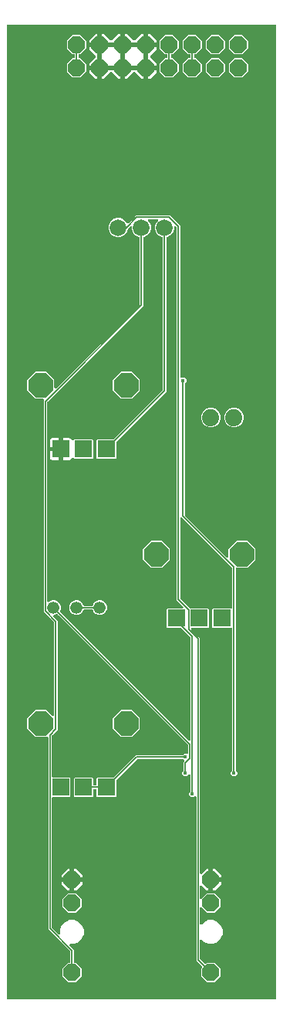
<source format=gbr>
G04 EAGLE Gerber RS-274X export*
G75*
%MOMM*%
%FSLAX34Y34*%
%LPD*%
%INTop Copper*%
%IPPOS*%
%AMOC8*
5,1,8,0,0,1.08239X$1,22.5*%
G01*
%ADD10P,1.979475X8X202.500000*%
%ADD11C,1.332000*%
%ADD12C,1.828800*%
%ADD13R,1.879600X1.879600*%
%ADD14P,2.922453X8X112.500000*%
%ADD15C,1.879600*%
%ADD16C,0.127000*%
%ADD17C,0.502400*%
%ADD18C,0.452400*%

G36*
X296848Y2016D02*
X296848Y2016D01*
X296967Y2023D01*
X297005Y2036D01*
X297046Y2041D01*
X297156Y2084D01*
X297269Y2121D01*
X297304Y2143D01*
X297341Y2158D01*
X297437Y2227D01*
X297538Y2291D01*
X297566Y2321D01*
X297599Y2344D01*
X297675Y2436D01*
X297756Y2523D01*
X297776Y2558D01*
X297801Y2589D01*
X297852Y2697D01*
X297910Y2801D01*
X297920Y2841D01*
X297937Y2877D01*
X297959Y2994D01*
X297989Y3109D01*
X297993Y3169D01*
X297997Y3189D01*
X297995Y3210D01*
X297999Y3270D01*
X297999Y1069730D01*
X297984Y1069848D01*
X297977Y1069967D01*
X297964Y1070005D01*
X297959Y1070046D01*
X297916Y1070156D01*
X297879Y1070269D01*
X297857Y1070304D01*
X297842Y1070341D01*
X297773Y1070437D01*
X297709Y1070538D01*
X297679Y1070566D01*
X297656Y1070599D01*
X297564Y1070675D01*
X297477Y1070756D01*
X297442Y1070776D01*
X297411Y1070801D01*
X297303Y1070852D01*
X297199Y1070910D01*
X297159Y1070920D01*
X297123Y1070937D01*
X297006Y1070959D01*
X296891Y1070989D01*
X296831Y1070993D01*
X296811Y1070997D01*
X296790Y1070995D01*
X296730Y1070999D01*
X3270Y1070999D01*
X3152Y1070984D01*
X3033Y1070977D01*
X2995Y1070964D01*
X2954Y1070959D01*
X2844Y1070916D01*
X2731Y1070879D01*
X2696Y1070857D01*
X2659Y1070842D01*
X2563Y1070773D01*
X2462Y1070709D01*
X2434Y1070679D01*
X2401Y1070656D01*
X2325Y1070564D01*
X2244Y1070477D01*
X2224Y1070442D01*
X2199Y1070411D01*
X2148Y1070303D01*
X2090Y1070199D01*
X2080Y1070159D01*
X2063Y1070123D01*
X2041Y1070006D01*
X2011Y1069891D01*
X2007Y1069831D01*
X2003Y1069811D01*
X2005Y1069790D01*
X2001Y1069730D01*
X2001Y3270D01*
X2016Y3152D01*
X2023Y3033D01*
X2036Y2995D01*
X2041Y2954D01*
X2084Y2844D01*
X2121Y2731D01*
X2143Y2696D01*
X2158Y2659D01*
X2227Y2563D01*
X2291Y2462D01*
X2321Y2434D01*
X2344Y2401D01*
X2436Y2325D01*
X2523Y2244D01*
X2558Y2224D01*
X2589Y2199D01*
X2697Y2148D01*
X2801Y2090D01*
X2841Y2080D01*
X2877Y2063D01*
X2994Y2041D01*
X3109Y2011D01*
X3169Y2007D01*
X3189Y2003D01*
X3210Y2005D01*
X3270Y2001D01*
X296730Y2001D01*
X296848Y2016D01*
G37*
%LPC*%
G36*
X69346Y21335D02*
X69346Y21335D01*
X63245Y27436D01*
X63245Y36064D01*
X69346Y42165D01*
X70485Y42165D01*
X70603Y42180D01*
X70722Y42187D01*
X70760Y42200D01*
X70801Y42205D01*
X70911Y42248D01*
X71024Y42285D01*
X71059Y42307D01*
X71096Y42322D01*
X71192Y42391D01*
X71293Y42455D01*
X71321Y42485D01*
X71354Y42508D01*
X71430Y42600D01*
X71511Y42687D01*
X71531Y42722D01*
X71556Y42753D01*
X71607Y42861D01*
X71665Y42965D01*
X71675Y43005D01*
X71692Y43041D01*
X71714Y43158D01*
X71744Y43273D01*
X71748Y43333D01*
X71752Y43353D01*
X71750Y43374D01*
X71754Y43434D01*
X71754Y54565D01*
X71742Y54663D01*
X71739Y54762D01*
X71722Y54820D01*
X71714Y54880D01*
X71678Y54972D01*
X71650Y55068D01*
X71620Y55120D01*
X71597Y55176D01*
X71539Y55256D01*
X71489Y55342D01*
X71423Y55417D01*
X71411Y55433D01*
X71401Y55441D01*
X71383Y55462D01*
X47624Y79221D01*
X47624Y289111D01*
X47607Y289249D01*
X47594Y289387D01*
X47587Y289406D01*
X47584Y289427D01*
X47533Y289556D01*
X47486Y289687D01*
X47475Y289704D01*
X47467Y289722D01*
X47386Y289835D01*
X47308Y289950D01*
X47292Y289963D01*
X47281Y289980D01*
X47173Y290068D01*
X47069Y290160D01*
X47051Y290170D01*
X47036Y290182D01*
X46910Y290242D01*
X46786Y290305D01*
X46766Y290309D01*
X46748Y290318D01*
X46612Y290344D01*
X46476Y290375D01*
X46455Y290374D01*
X46436Y290378D01*
X46297Y290369D01*
X46158Y290365D01*
X46138Y290359D01*
X46118Y290358D01*
X45986Y290315D01*
X45852Y290277D01*
X45835Y290266D01*
X45816Y290260D01*
X45698Y290186D01*
X45578Y290115D01*
X45557Y290096D01*
X45547Y290090D01*
X45533Y290075D01*
X45481Y290029D01*
X33242Y290029D01*
X24589Y298682D01*
X24589Y310918D01*
X33242Y319571D01*
X45478Y319571D01*
X51808Y313241D01*
X51917Y313156D01*
X52024Y313068D01*
X52043Y313059D01*
X52059Y313046D01*
X52187Y312991D01*
X52312Y312932D01*
X52332Y312928D01*
X52351Y312920D01*
X52489Y312898D01*
X52625Y312872D01*
X52645Y312873D01*
X52665Y312870D01*
X52804Y312883D01*
X52942Y312892D01*
X52961Y312898D01*
X52981Y312900D01*
X53113Y312947D01*
X53244Y312990D01*
X53262Y313001D01*
X53281Y313008D01*
X53396Y313086D01*
X53513Y313160D01*
X53527Y313175D01*
X53544Y313186D01*
X53636Y313291D01*
X53731Y313392D01*
X53741Y313409D01*
X53754Y313425D01*
X53818Y313549D01*
X53885Y313670D01*
X53890Y313690D01*
X53899Y313708D01*
X53929Y313844D01*
X53964Y313978D01*
X53966Y314006D01*
X53969Y314018D01*
X53968Y314039D01*
X53974Y314139D01*
X53974Y415245D01*
X53962Y415343D01*
X53959Y415442D01*
X53942Y415500D01*
X53934Y415560D01*
X53898Y415652D01*
X53870Y415748D01*
X53840Y415800D01*
X53817Y415856D01*
X53759Y415936D01*
X53709Y416022D01*
X53643Y416097D01*
X53631Y416113D01*
X53621Y416121D01*
X53603Y416142D01*
X42544Y427201D01*
X42544Y658649D01*
X42597Y658702D01*
X42683Y658812D01*
X42771Y658919D01*
X42780Y658938D01*
X42792Y658954D01*
X42848Y659081D01*
X42907Y659207D01*
X42911Y659227D01*
X42919Y659246D01*
X42941Y659383D01*
X42967Y659520D01*
X42965Y659540D01*
X42969Y659560D01*
X42955Y659699D01*
X42947Y659837D01*
X42941Y659856D01*
X42939Y659876D01*
X42892Y660008D01*
X42849Y660139D01*
X42838Y660156D01*
X42831Y660176D01*
X42753Y660291D01*
X42679Y660408D01*
X42664Y660422D01*
X42653Y660439D01*
X42548Y660531D01*
X42447Y660626D01*
X42429Y660636D01*
X42414Y660649D01*
X42290Y660713D01*
X42169Y660780D01*
X42149Y660785D01*
X42131Y660794D01*
X41995Y660824D01*
X41861Y660859D01*
X41833Y660861D01*
X41821Y660864D01*
X41800Y660863D01*
X41700Y660869D01*
X33242Y660869D01*
X24589Y669522D01*
X24589Y681758D01*
X33242Y690411D01*
X45478Y690411D01*
X54131Y681758D01*
X54131Y673300D01*
X54148Y673163D01*
X54161Y673024D01*
X54168Y673005D01*
X54171Y672985D01*
X54222Y672856D01*
X54269Y672724D01*
X54280Y672708D01*
X54288Y672689D01*
X54369Y672577D01*
X54447Y672461D01*
X54463Y672448D01*
X54474Y672432D01*
X54582Y672343D01*
X54686Y672251D01*
X54704Y672242D01*
X54719Y672229D01*
X54845Y672170D01*
X54969Y672106D01*
X54989Y672102D01*
X55007Y672093D01*
X55143Y672067D01*
X55279Y672037D01*
X55300Y672037D01*
X55319Y672033D01*
X55458Y672042D01*
X55597Y672046D01*
X55617Y672052D01*
X55637Y672053D01*
X55769Y672096D01*
X55903Y672135D01*
X55920Y672145D01*
X55939Y672151D01*
X56057Y672226D01*
X56177Y672296D01*
X56198Y672315D01*
X56208Y672321D01*
X56222Y672336D01*
X56297Y672403D01*
X147583Y763688D01*
X147643Y763766D01*
X147711Y763838D01*
X147740Y763891D01*
X147777Y763939D01*
X147817Y764030D01*
X147865Y764117D01*
X147880Y764175D01*
X147904Y764231D01*
X147919Y764329D01*
X147944Y764424D01*
X147950Y764524D01*
X147954Y764545D01*
X147952Y764557D01*
X147954Y764585D01*
X147954Y837028D01*
X147951Y837058D01*
X147953Y837087D01*
X147931Y837215D01*
X147914Y837344D01*
X147904Y837371D01*
X147899Y837401D01*
X147845Y837519D01*
X147797Y837640D01*
X147780Y837664D01*
X147768Y837691D01*
X147687Y837792D01*
X147611Y837897D01*
X147588Y837916D01*
X147569Y837939D01*
X147466Y838017D01*
X147366Y838100D01*
X147339Y838112D01*
X147315Y838130D01*
X147171Y838201D01*
X143961Y839531D01*
X141031Y842461D01*
X139445Y846288D01*
X139445Y848696D01*
X139428Y848833D01*
X139415Y848972D01*
X139408Y848991D01*
X139405Y849011D01*
X139354Y849140D01*
X139307Y849272D01*
X139296Y849288D01*
X139288Y849307D01*
X139207Y849419D01*
X139129Y849535D01*
X139113Y849548D01*
X139102Y849564D01*
X138994Y849653D01*
X138890Y849745D01*
X138872Y849754D01*
X138857Y849767D01*
X138731Y849826D01*
X138607Y849890D01*
X138587Y849894D01*
X138569Y849903D01*
X138433Y849929D01*
X138297Y849959D01*
X138276Y849959D01*
X138257Y849963D01*
X138118Y849954D01*
X137979Y849950D01*
X137959Y849944D01*
X137939Y849943D01*
X137807Y849900D01*
X137673Y849861D01*
X137656Y849851D01*
X137637Y849845D01*
X137519Y849770D01*
X137399Y849700D01*
X137378Y849681D01*
X137368Y849675D01*
X137354Y849660D01*
X137279Y849593D01*
X135246Y847561D01*
X135186Y847483D01*
X135118Y847411D01*
X135089Y847358D01*
X135052Y847310D01*
X135012Y847219D01*
X134964Y847133D01*
X134949Y847074D01*
X134925Y847018D01*
X134910Y846920D01*
X134885Y846825D01*
X134879Y846725D01*
X134875Y846704D01*
X134877Y846692D01*
X134875Y846664D01*
X134875Y846288D01*
X133289Y842461D01*
X130359Y839531D01*
X126532Y837945D01*
X122388Y837945D01*
X118561Y839531D01*
X115631Y842461D01*
X114045Y846288D01*
X114045Y850432D01*
X115631Y854259D01*
X118561Y857189D01*
X122388Y858775D01*
X126532Y858775D01*
X130359Y857189D01*
X133289Y854259D01*
X133519Y853706D01*
X133543Y853663D01*
X133560Y853616D01*
X133622Y853525D01*
X133676Y853429D01*
X133711Y853394D01*
X133739Y853353D01*
X133821Y853280D01*
X133897Y853201D01*
X133940Y853175D01*
X133977Y853142D01*
X134075Y853092D01*
X134169Y853035D01*
X134216Y853020D01*
X134260Y852997D01*
X134367Y852973D01*
X134472Y852941D01*
X134522Y852939D01*
X134571Y852928D01*
X134681Y852931D01*
X134790Y852926D01*
X134839Y852936D01*
X134888Y852937D01*
X134994Y852968D01*
X135102Y852990D01*
X135146Y853012D01*
X135194Y853026D01*
X135288Y853082D01*
X135387Y853130D01*
X135425Y853162D01*
X135468Y853187D01*
X135589Y853294D01*
X142503Y860208D01*
X143991Y861696D01*
X181129Y861696D01*
X192406Y850419D01*
X192406Y685522D01*
X192421Y685404D01*
X192428Y685285D01*
X192441Y685247D01*
X192446Y685206D01*
X192489Y685096D01*
X192526Y684983D01*
X192548Y684948D01*
X192563Y684911D01*
X192632Y684815D01*
X192696Y684714D01*
X192726Y684686D01*
X192749Y684653D01*
X192841Y684577D01*
X192928Y684496D01*
X192963Y684476D01*
X192994Y684451D01*
X193102Y684400D01*
X193206Y684342D01*
X193246Y684332D01*
X193282Y684315D01*
X193399Y684293D01*
X193514Y684263D01*
X193574Y684259D01*
X193594Y684255D01*
X193615Y684257D01*
X193675Y684253D01*
X197043Y684253D01*
X199113Y682183D01*
X199113Y679257D01*
X197857Y678001D01*
X197797Y677923D01*
X197729Y677851D01*
X197700Y677798D01*
X197663Y677750D01*
X197623Y677659D01*
X197575Y677573D01*
X197560Y677514D01*
X197536Y677458D01*
X197521Y677360D01*
X197496Y677265D01*
X197490Y677165D01*
X197486Y677144D01*
X197488Y677132D01*
X197486Y677104D01*
X197486Y533445D01*
X197498Y533347D01*
X197501Y533248D01*
X197518Y533190D01*
X197526Y533130D01*
X197562Y533037D01*
X197590Y532942D01*
X197620Y532890D01*
X197643Y532834D01*
X197701Y532754D01*
X197751Y532668D01*
X197817Y532593D01*
X197829Y532577D01*
X197839Y532569D01*
X197857Y532548D01*
X243423Y486983D01*
X243532Y486897D01*
X243639Y486809D01*
X243658Y486800D01*
X243674Y486788D01*
X243802Y486732D01*
X243927Y486673D01*
X243947Y486669D01*
X243966Y486661D01*
X244104Y486639D01*
X244240Y486613D01*
X244260Y486615D01*
X244280Y486611D01*
X244419Y486625D01*
X244557Y486633D01*
X244576Y486639D01*
X244596Y486641D01*
X244728Y486688D01*
X244859Y486731D01*
X244877Y486742D01*
X244896Y486749D01*
X245011Y486827D01*
X245128Y486901D01*
X245142Y486916D01*
X245159Y486927D01*
X245251Y487032D01*
X245346Y487133D01*
X245356Y487151D01*
X245369Y487166D01*
X245433Y487290D01*
X245500Y487411D01*
X245505Y487431D01*
X245514Y487449D01*
X245544Y487585D01*
X245579Y487719D01*
X245581Y487747D01*
X245584Y487759D01*
X245583Y487780D01*
X245589Y487880D01*
X245589Y496338D01*
X254242Y504991D01*
X266478Y504991D01*
X275131Y496338D01*
X275131Y484102D01*
X266478Y475449D01*
X254635Y475449D01*
X254517Y475434D01*
X254398Y475427D01*
X254360Y475414D01*
X254319Y475409D01*
X254209Y475366D01*
X254096Y475329D01*
X254061Y475307D01*
X254024Y475292D01*
X253928Y475223D01*
X253827Y475159D01*
X253799Y475129D01*
X253766Y475106D01*
X253690Y475014D01*
X253609Y474927D01*
X253589Y474892D01*
X253564Y474861D01*
X253513Y474753D01*
X253455Y474649D01*
X253445Y474609D01*
X253428Y474573D01*
X253406Y474456D01*
X253376Y474341D01*
X253372Y474281D01*
X253368Y474261D01*
X253369Y474247D01*
X253368Y474242D01*
X253369Y474231D01*
X253366Y474180D01*
X253366Y253806D01*
X253378Y253708D01*
X253381Y253609D01*
X253398Y253551D01*
X253406Y253490D01*
X253442Y253398D01*
X253470Y253303D01*
X253500Y253251D01*
X253523Y253195D01*
X253581Y253115D01*
X253631Y253029D01*
X253697Y252954D01*
X253709Y252937D01*
X253719Y252930D01*
X253737Y252909D01*
X254993Y251653D01*
X254993Y248727D01*
X252923Y246657D01*
X249997Y246657D01*
X247927Y248727D01*
X247927Y251653D01*
X249183Y252909D01*
X249243Y252987D01*
X249311Y253059D01*
X249340Y253112D01*
X249377Y253160D01*
X249417Y253251D01*
X249465Y253337D01*
X249480Y253396D01*
X249504Y253452D01*
X249519Y253550D01*
X249544Y253645D01*
X249550Y253745D01*
X249554Y253766D01*
X249552Y253778D01*
X249554Y253806D01*
X249554Y408282D01*
X249539Y408400D01*
X249532Y408519D01*
X249519Y408557D01*
X249514Y408598D01*
X249471Y408708D01*
X249434Y408821D01*
X249412Y408856D01*
X249397Y408893D01*
X249328Y408989D01*
X249264Y409090D01*
X249234Y409118D01*
X249211Y409151D01*
X249119Y409227D01*
X249032Y409308D01*
X248997Y409328D01*
X248966Y409353D01*
X248858Y409404D01*
X248754Y409462D01*
X248714Y409472D01*
X248678Y409489D01*
X248561Y409511D01*
X248446Y409541D01*
X248386Y409545D01*
X248366Y409549D01*
X248345Y409547D01*
X248285Y409551D01*
X228436Y409551D01*
X227691Y410296D01*
X227691Y430144D01*
X228436Y430889D01*
X248285Y430889D01*
X248403Y430904D01*
X248522Y430911D01*
X248560Y430924D01*
X248601Y430929D01*
X248711Y430972D01*
X248824Y431009D01*
X248859Y431031D01*
X248896Y431046D01*
X248992Y431115D01*
X249093Y431179D01*
X249121Y431209D01*
X249154Y431232D01*
X249230Y431324D01*
X249311Y431411D01*
X249331Y431446D01*
X249356Y431477D01*
X249407Y431585D01*
X249465Y431689D01*
X249475Y431729D01*
X249492Y431765D01*
X249514Y431882D01*
X249544Y431997D01*
X249548Y432057D01*
X249552Y432077D01*
X249550Y432098D01*
X249554Y432158D01*
X249554Y474935D01*
X249542Y475033D01*
X249539Y475132D01*
X249522Y475190D01*
X249514Y475250D01*
X249478Y475343D01*
X249450Y475438D01*
X249420Y475490D01*
X249397Y475546D01*
X249339Y475626D01*
X249289Y475712D01*
X249223Y475787D01*
X249211Y475803D01*
X249201Y475811D01*
X249183Y475832D01*
X195162Y529853D01*
X194573Y530442D01*
X194463Y530528D01*
X194356Y530616D01*
X194337Y530625D01*
X194321Y530637D01*
X194193Y530693D01*
X194068Y530752D01*
X194048Y530756D01*
X194029Y530764D01*
X193891Y530786D01*
X193755Y530812D01*
X193735Y530810D01*
X193715Y530814D01*
X193576Y530800D01*
X193438Y530792D01*
X193419Y530786D01*
X193399Y530784D01*
X193268Y530737D01*
X193136Y530694D01*
X193118Y530683D01*
X193099Y530676D01*
X192985Y530598D01*
X192867Y530524D01*
X192853Y530509D01*
X192836Y530498D01*
X192744Y530394D01*
X192649Y530292D01*
X192639Y530274D01*
X192626Y530259D01*
X192563Y530135D01*
X192495Y530014D01*
X192490Y529994D01*
X192481Y529976D01*
X192451Y529840D01*
X192416Y529706D01*
X192414Y529678D01*
X192411Y529666D01*
X192412Y529645D01*
X192406Y529545D01*
X192406Y442005D01*
X192418Y441907D01*
X192421Y441808D01*
X192438Y441750D01*
X192446Y441690D01*
X192482Y441598D01*
X192510Y441502D01*
X192540Y441450D01*
X192563Y441394D01*
X192621Y441314D01*
X192671Y441228D01*
X192737Y441153D01*
X192749Y441137D01*
X192759Y441129D01*
X192777Y441108D01*
X202625Y431260D01*
X202703Y431200D01*
X202775Y431132D01*
X202828Y431103D01*
X202876Y431066D01*
X202967Y431026D01*
X203054Y430978D01*
X203112Y430963D01*
X203168Y430939D01*
X203266Y430924D01*
X203361Y430899D01*
X203461Y430893D01*
X203482Y430889D01*
X203494Y430891D01*
X203522Y430889D01*
X223284Y430889D01*
X224029Y430144D01*
X224029Y410296D01*
X223284Y409551D01*
X205808Y409551D01*
X205671Y409534D01*
X205532Y409521D01*
X205513Y409514D01*
X205493Y409511D01*
X205364Y409460D01*
X205232Y409413D01*
X205216Y409402D01*
X205197Y409394D01*
X205085Y409313D01*
X204969Y409235D01*
X204956Y409219D01*
X204940Y409208D01*
X204851Y409100D01*
X204759Y408996D01*
X204750Y408978D01*
X204737Y408963D01*
X204677Y408837D01*
X204614Y408713D01*
X204610Y408693D01*
X204601Y408675D01*
X204575Y408539D01*
X204545Y408403D01*
X204545Y408382D01*
X204541Y408363D01*
X204550Y408224D01*
X204554Y408085D01*
X204560Y408065D01*
X204561Y408045D01*
X204604Y407913D01*
X204643Y407779D01*
X204653Y407762D01*
X204659Y407743D01*
X204734Y407625D01*
X204804Y407505D01*
X204823Y407484D01*
X204829Y407474D01*
X204844Y407460D01*
X204911Y407385D01*
X212508Y399787D01*
X213996Y398299D01*
X213996Y140875D01*
X214013Y140737D01*
X214026Y140598D01*
X214033Y140579D01*
X214036Y140559D01*
X214087Y140430D01*
X214134Y140299D01*
X214145Y140282D01*
X214153Y140263D01*
X214234Y140151D01*
X214312Y140036D01*
X214328Y140022D01*
X214339Y140006D01*
X214447Y139917D01*
X214551Y139825D01*
X214569Y139816D01*
X214584Y139803D01*
X214710Y139744D01*
X214834Y139681D01*
X214854Y139676D01*
X214872Y139668D01*
X215008Y139642D01*
X215144Y139611D01*
X215165Y139612D01*
X215184Y139608D01*
X215323Y139617D01*
X215462Y139621D01*
X215482Y139626D01*
X215502Y139628D01*
X215634Y139671D01*
X215768Y139709D01*
X215785Y139719D01*
X215804Y139726D01*
X215922Y139800D01*
X216042Y139871D01*
X216063Y139889D01*
X216073Y139896D01*
X216087Y139911D01*
X216162Y139977D01*
X221220Y145035D01*
X223521Y145035D01*
X223521Y134620D01*
X223536Y134502D01*
X223543Y134383D01*
X223556Y134345D01*
X223561Y134305D01*
X223604Y134194D01*
X223641Y134081D01*
X223663Y134047D01*
X223678Y134009D01*
X223748Y133913D01*
X223811Y133812D01*
X223841Y133784D01*
X223864Y133752D01*
X223956Y133676D01*
X224043Y133594D01*
X224078Y133575D01*
X224109Y133549D01*
X224217Y133498D01*
X224321Y133441D01*
X224361Y133430D01*
X224397Y133413D01*
X224514Y133391D01*
X224629Y133361D01*
X224690Y133357D01*
X224710Y133353D01*
X224730Y133355D01*
X224790Y133351D01*
X226061Y133351D01*
X226061Y133349D01*
X224790Y133349D01*
X224672Y133334D01*
X224553Y133327D01*
X224515Y133314D01*
X224474Y133309D01*
X224364Y133265D01*
X224251Y133229D01*
X224216Y133207D01*
X224179Y133192D01*
X224083Y133122D01*
X223982Y133059D01*
X223954Y133029D01*
X223921Y133005D01*
X223846Y132914D01*
X223764Y132827D01*
X223744Y132792D01*
X223719Y132760D01*
X223668Y132653D01*
X223610Y132548D01*
X223600Y132509D01*
X223583Y132473D01*
X223561Y132356D01*
X223531Y132241D01*
X223527Y132180D01*
X223523Y132160D01*
X223525Y132140D01*
X223521Y132080D01*
X223521Y121665D01*
X221220Y121665D01*
X216162Y126723D01*
X216053Y126808D01*
X215946Y126897D01*
X215927Y126905D01*
X215911Y126918D01*
X215783Y126973D01*
X215658Y127032D01*
X215638Y127036D01*
X215619Y127044D01*
X215481Y127066D01*
X215345Y127092D01*
X215325Y127091D01*
X215305Y127094D01*
X215166Y127081D01*
X215028Y127072D01*
X215009Y127066D01*
X214989Y127064D01*
X214857Y127017D01*
X214726Y126974D01*
X214708Y126963D01*
X214689Y126957D01*
X214574Y126878D01*
X214457Y126804D01*
X214443Y126789D01*
X214426Y126778D01*
X214334Y126674D01*
X214239Y126572D01*
X214229Y126555D01*
X214216Y126540D01*
X214152Y126415D01*
X214085Y126294D01*
X214080Y126274D01*
X214071Y126256D01*
X214041Y126120D01*
X214006Y125986D01*
X214004Y125958D01*
X214001Y125946D01*
X214002Y125926D01*
X213996Y125825D01*
X213996Y113679D01*
X214013Y113545D01*
X214018Y113458D01*
X214022Y113445D01*
X214026Y113402D01*
X214033Y113383D01*
X214036Y113363D01*
X214087Y113234D01*
X214134Y113103D01*
X214145Y113086D01*
X214153Y113067D01*
X214234Y112955D01*
X214312Y112840D01*
X214328Y112826D01*
X214339Y112810D01*
X214447Y112721D01*
X214551Y112629D01*
X214569Y112620D01*
X214584Y112607D01*
X214710Y112548D01*
X214834Y112485D01*
X214854Y112480D01*
X214872Y112472D01*
X215008Y112446D01*
X215144Y112415D01*
X215165Y112416D01*
X215184Y112412D01*
X215323Y112421D01*
X215462Y112425D01*
X215482Y112430D01*
X215502Y112432D01*
X215634Y112474D01*
X215768Y112513D01*
X215785Y112523D01*
X215804Y112530D01*
X215880Y112577D01*
X215892Y112582D01*
X215924Y112605D01*
X216042Y112675D01*
X216063Y112693D01*
X216073Y112700D01*
X216087Y112715D01*
X216146Y112766D01*
X216150Y112769D01*
X216152Y112772D01*
X216162Y112781D01*
X221746Y118365D01*
X230374Y118365D01*
X236475Y112264D01*
X236475Y103636D01*
X230374Y97535D01*
X221746Y97535D01*
X216162Y103119D01*
X216053Y103204D01*
X215946Y103293D01*
X215927Y103301D01*
X215911Y103314D01*
X215783Y103369D01*
X215658Y103428D01*
X215638Y103432D01*
X215619Y103440D01*
X215481Y103462D01*
X215345Y103488D01*
X215325Y103487D01*
X215305Y103490D01*
X215166Y103477D01*
X215028Y103468D01*
X215009Y103462D01*
X214989Y103460D01*
X214857Y103413D01*
X214726Y103370D01*
X214708Y103359D01*
X214689Y103353D01*
X214574Y103275D01*
X214457Y103200D01*
X214443Y103185D01*
X214426Y103174D01*
X214334Y103070D01*
X214239Y102969D01*
X214229Y102951D01*
X214216Y102936D01*
X214152Y102811D01*
X214085Y102690D01*
X214080Y102670D01*
X214071Y102652D01*
X214041Y102517D01*
X214006Y102382D01*
X214004Y102354D01*
X214001Y102342D01*
X214002Y102322D01*
X213996Y102221D01*
X213996Y85586D01*
X214013Y85448D01*
X214026Y85309D01*
X214033Y85290D01*
X214036Y85270D01*
X214087Y85141D01*
X214134Y85010D01*
X214145Y84993D01*
X214153Y84975D01*
X214234Y84862D01*
X214312Y84747D01*
X214328Y84734D01*
X214339Y84717D01*
X214447Y84628D01*
X214551Y84537D01*
X214569Y84527D01*
X214584Y84514D01*
X214710Y84455D01*
X214834Y84392D01*
X214854Y84387D01*
X214872Y84379D01*
X215008Y84353D01*
X215144Y84322D01*
X215165Y84323D01*
X215184Y84319D01*
X215323Y84328D01*
X215462Y84332D01*
X215482Y84338D01*
X215502Y84339D01*
X215634Y84382D01*
X215768Y84420D01*
X215785Y84431D01*
X215804Y84437D01*
X215922Y84511D01*
X216042Y84582D01*
X216063Y84600D01*
X216073Y84607D01*
X216087Y84622D01*
X216162Y84688D01*
X218696Y87222D01*
X223474Y89201D01*
X228646Y89201D01*
X233424Y87222D01*
X237082Y83564D01*
X239061Y78786D01*
X239061Y73614D01*
X237082Y68836D01*
X233424Y65178D01*
X228646Y63199D01*
X223474Y63199D01*
X218696Y65178D01*
X216162Y67712D01*
X216053Y67797D01*
X215946Y67886D01*
X215927Y67894D01*
X215911Y67907D01*
X215783Y67962D01*
X215658Y68021D01*
X215638Y68025D01*
X215619Y68033D01*
X215481Y68055D01*
X215345Y68081D01*
X215325Y68080D01*
X215305Y68083D01*
X215166Y68070D01*
X215028Y68061D01*
X215009Y68055D01*
X214989Y68053D01*
X214857Y68006D01*
X214726Y67963D01*
X214708Y67952D01*
X214689Y67945D01*
X214574Y67867D01*
X214457Y67793D01*
X214443Y67778D01*
X214426Y67767D01*
X214334Y67663D01*
X214239Y67561D01*
X214229Y67544D01*
X214216Y67528D01*
X214152Y67404D01*
X214085Y67283D01*
X214080Y67263D01*
X214071Y67245D01*
X214041Y67109D01*
X214006Y66975D01*
X214004Y66947D01*
X214001Y66935D01*
X214002Y66914D01*
X213996Y66814D01*
X213996Y47035D01*
X214008Y46937D01*
X214011Y46838D01*
X214028Y46780D01*
X214036Y46720D01*
X214072Y46628D01*
X214100Y46532D01*
X214130Y46480D01*
X214153Y46424D01*
X214211Y46344D01*
X214261Y46258D01*
X214327Y46183D01*
X214339Y46167D01*
X214349Y46159D01*
X214367Y46138D01*
X219146Y41359D01*
X219240Y41286D01*
X219329Y41208D01*
X219365Y41189D01*
X219397Y41164D01*
X219506Y41117D01*
X219612Y41063D01*
X219652Y41054D01*
X219689Y41038D01*
X219807Y41019D01*
X219923Y40993D01*
X219963Y40995D01*
X220003Y40988D01*
X220122Y40999D01*
X220240Y41003D01*
X220279Y41014D01*
X220320Y41018D01*
X220432Y41058D01*
X220546Y41091D01*
X220581Y41112D01*
X220619Y41126D01*
X220717Y41193D01*
X220820Y41253D01*
X220865Y41293D01*
X220882Y41304D01*
X220896Y41320D01*
X220941Y41359D01*
X221746Y42165D01*
X230374Y42165D01*
X236475Y36064D01*
X236475Y27436D01*
X230374Y21335D01*
X221746Y21335D01*
X215645Y27436D01*
X215645Y36064D01*
X216451Y36869D01*
X216523Y36963D01*
X216602Y37053D01*
X216621Y37089D01*
X216646Y37121D01*
X216693Y37230D01*
X216747Y37336D01*
X216756Y37375D01*
X216772Y37412D01*
X216791Y37530D01*
X216817Y37646D01*
X216815Y37686D01*
X216822Y37726D01*
X216811Y37845D01*
X216807Y37964D01*
X216796Y38003D01*
X216792Y38043D01*
X216752Y38155D01*
X216719Y38269D01*
X216698Y38304D01*
X216684Y38342D01*
X216617Y38441D01*
X216557Y38543D01*
X216517Y38589D01*
X216506Y38606D01*
X216490Y38619D01*
X216451Y38664D01*
X210184Y44931D01*
X210184Y223714D01*
X210167Y223852D01*
X210154Y223990D01*
X210147Y224009D01*
X210144Y224030D01*
X210093Y224159D01*
X210046Y224290D01*
X210035Y224307D01*
X210027Y224325D01*
X209946Y224438D01*
X209868Y224553D01*
X209852Y224566D01*
X209841Y224583D01*
X209733Y224671D01*
X209629Y224763D01*
X209611Y224772D01*
X209596Y224785D01*
X209470Y224845D01*
X209346Y224908D01*
X209326Y224912D01*
X209308Y224921D01*
X209171Y224947D01*
X209036Y224978D01*
X209015Y224977D01*
X208996Y224981D01*
X208857Y224972D01*
X208718Y224968D01*
X208698Y224962D01*
X208678Y224961D01*
X208546Y224918D01*
X208412Y224879D01*
X208395Y224869D01*
X208376Y224863D01*
X208258Y224788D01*
X208138Y224718D01*
X208117Y224699D01*
X208107Y224693D01*
X208093Y224678D01*
X208018Y224611D01*
X207203Y223797D01*
X204277Y223797D01*
X202207Y225867D01*
X202207Y228793D01*
X203463Y230049D01*
X203523Y230127D01*
X203591Y230199D01*
X203620Y230252D01*
X203657Y230300D01*
X203697Y230391D01*
X203745Y230477D01*
X203760Y230536D01*
X203784Y230592D01*
X203799Y230690D01*
X203824Y230785D01*
X203830Y230885D01*
X203834Y230906D01*
X203832Y230918D01*
X203834Y230946D01*
X203834Y247844D01*
X203817Y247981D01*
X203804Y248120D01*
X203797Y248140D01*
X203794Y248160D01*
X203743Y248288D01*
X203696Y248420D01*
X203685Y248436D01*
X203677Y248455D01*
X203596Y248568D01*
X203518Y248683D01*
X203502Y248696D01*
X203491Y248713D01*
X203383Y248801D01*
X203279Y248893D01*
X203261Y248902D01*
X203246Y248915D01*
X203120Y248975D01*
X202996Y249038D01*
X202976Y249042D01*
X202958Y249051D01*
X202822Y249077D01*
X202686Y249108D01*
X202665Y249107D01*
X202646Y249111D01*
X202507Y249102D01*
X202368Y249098D01*
X202348Y249092D01*
X202328Y249091D01*
X202196Y249048D01*
X202062Y249009D01*
X202045Y248999D01*
X202026Y248993D01*
X201908Y248918D01*
X201788Y248848D01*
X201767Y248829D01*
X201757Y248823D01*
X201743Y248808D01*
X201668Y248742D01*
X199583Y246657D01*
X196657Y246657D01*
X194587Y248727D01*
X194587Y251653D01*
X195843Y252909D01*
X195903Y252987D01*
X195971Y253059D01*
X196000Y253112D01*
X196037Y253160D01*
X196077Y253251D01*
X196125Y253337D01*
X196140Y253396D01*
X196164Y253452D01*
X196179Y253550D01*
X196204Y253645D01*
X196210Y253745D01*
X196214Y253766D01*
X196212Y253778D01*
X196214Y253806D01*
X196214Y262409D01*
X196552Y262747D01*
X196625Y262841D01*
X196704Y262930D01*
X196722Y262966D01*
X196747Y262998D01*
X196794Y263108D01*
X196848Y263214D01*
X196857Y263253D01*
X196873Y263290D01*
X196892Y263408D01*
X196918Y263524D01*
X196917Y263564D01*
X196923Y263604D01*
X196912Y263723D01*
X196908Y263842D01*
X196897Y263881D01*
X196893Y263921D01*
X196853Y264033D01*
X196820Y264147D01*
X196799Y264182D01*
X196786Y264220D01*
X196719Y264319D01*
X196658Y264421D01*
X196619Y264466D01*
X196607Y264483D01*
X196592Y264497D01*
X196552Y264542D01*
X195401Y265693D01*
X195323Y265753D01*
X195251Y265821D01*
X195198Y265850D01*
X195150Y265887D01*
X195059Y265927D01*
X194973Y265975D01*
X194914Y265990D01*
X194858Y266014D01*
X194760Y266029D01*
X194665Y266054D01*
X194565Y266060D01*
X194544Y266064D01*
X194532Y266062D01*
X194504Y266064D01*
X146095Y266064D01*
X145997Y266052D01*
X145898Y266049D01*
X145840Y266032D01*
X145780Y266024D01*
X145688Y265988D01*
X145592Y265960D01*
X145540Y265930D01*
X145484Y265907D01*
X145404Y265849D01*
X145318Y265799D01*
X145243Y265733D01*
X145227Y265721D01*
X145219Y265711D01*
X145198Y265693D01*
X122400Y242895D01*
X122340Y242817D01*
X122272Y242745D01*
X122243Y242692D01*
X122206Y242644D01*
X122166Y242553D01*
X122118Y242466D01*
X122103Y242408D01*
X122079Y242352D01*
X122064Y242254D01*
X122039Y242159D01*
X122033Y242059D01*
X122029Y242038D01*
X122031Y242026D01*
X122029Y241998D01*
X122029Y224876D01*
X121284Y224131D01*
X101436Y224131D01*
X100691Y224876D01*
X100691Y231775D01*
X100676Y231893D01*
X100669Y232012D01*
X100656Y232050D01*
X100651Y232091D01*
X100608Y232201D01*
X100571Y232314D01*
X100549Y232349D01*
X100534Y232386D01*
X100465Y232482D01*
X100401Y232583D01*
X100371Y232611D01*
X100348Y232644D01*
X100256Y232720D01*
X100169Y232801D01*
X100134Y232821D01*
X100103Y232846D01*
X99995Y232897D01*
X99891Y232955D01*
X99851Y232965D01*
X99815Y232982D01*
X99698Y233004D01*
X99583Y233034D01*
X99523Y233038D01*
X99503Y233042D01*
X99482Y233040D01*
X99422Y233044D01*
X98298Y233044D01*
X98180Y233029D01*
X98061Y233022D01*
X98023Y233009D01*
X97982Y233004D01*
X97872Y232961D01*
X97759Y232924D01*
X97724Y232902D01*
X97687Y232887D01*
X97591Y232818D01*
X97490Y232754D01*
X97462Y232724D01*
X97429Y232701D01*
X97353Y232609D01*
X97272Y232522D01*
X97252Y232487D01*
X97227Y232456D01*
X97176Y232348D01*
X97118Y232244D01*
X97108Y232204D01*
X97091Y232168D01*
X97069Y232051D01*
X97039Y231936D01*
X97035Y231876D01*
X97031Y231856D01*
X97033Y231835D01*
X97029Y231775D01*
X97029Y224876D01*
X96284Y224131D01*
X76436Y224131D01*
X75691Y224876D01*
X75691Y244724D01*
X76436Y245469D01*
X96284Y245469D01*
X97029Y244724D01*
X97029Y238125D01*
X97044Y238007D01*
X97051Y237888D01*
X97064Y237850D01*
X97069Y237809D01*
X97112Y237699D01*
X97149Y237586D01*
X97171Y237551D01*
X97186Y237514D01*
X97255Y237418D01*
X97319Y237317D01*
X97349Y237289D01*
X97372Y237256D01*
X97464Y237180D01*
X97551Y237099D01*
X97586Y237079D01*
X97617Y237054D01*
X97725Y237003D01*
X97829Y236945D01*
X97869Y236935D01*
X97905Y236918D01*
X98022Y236896D01*
X98137Y236866D01*
X98197Y236862D01*
X98217Y236858D01*
X98238Y236860D01*
X98298Y236856D01*
X99422Y236856D01*
X99540Y236871D01*
X99659Y236878D01*
X99697Y236891D01*
X99738Y236896D01*
X99848Y236939D01*
X99961Y236976D01*
X99996Y236998D01*
X100033Y237013D01*
X100129Y237082D01*
X100230Y237146D01*
X100258Y237176D01*
X100291Y237199D01*
X100367Y237291D01*
X100448Y237378D01*
X100468Y237413D01*
X100493Y237444D01*
X100544Y237552D01*
X100602Y237656D01*
X100612Y237696D01*
X100629Y237732D01*
X100651Y237849D01*
X100681Y237964D01*
X100685Y238024D01*
X100689Y238044D01*
X100687Y238065D01*
X100691Y238125D01*
X100691Y244724D01*
X101436Y245469D01*
X119058Y245469D01*
X119156Y245481D01*
X119255Y245484D01*
X119313Y245501D01*
X119373Y245509D01*
X119465Y245545D01*
X119561Y245573D01*
X119613Y245603D01*
X119669Y245626D01*
X119749Y245684D01*
X119835Y245734D01*
X119910Y245800D01*
X119926Y245812D01*
X119934Y245822D01*
X119955Y245840D01*
X143991Y269876D01*
X194504Y269876D01*
X194602Y269888D01*
X194701Y269891D01*
X194759Y269908D01*
X194819Y269916D01*
X194912Y269952D01*
X195007Y269980D01*
X195059Y270010D01*
X195115Y270033D01*
X195195Y270091D01*
X195281Y270141D01*
X195356Y270207D01*
X195373Y270219D01*
X195380Y270229D01*
X195401Y270247D01*
X196657Y271503D01*
X200025Y271503D01*
X200143Y271518D01*
X200262Y271525D01*
X200300Y271538D01*
X200341Y271543D01*
X200451Y271586D01*
X200564Y271623D01*
X200599Y271645D01*
X200636Y271660D01*
X200732Y271729D01*
X200833Y271793D01*
X200861Y271823D01*
X200894Y271846D01*
X200970Y271938D01*
X201051Y272025D01*
X201071Y272060D01*
X201096Y272091D01*
X201147Y272199D01*
X201205Y272303D01*
X201215Y272343D01*
X201232Y272379D01*
X201254Y272496D01*
X201284Y272611D01*
X201288Y272671D01*
X201292Y272691D01*
X201290Y272712D01*
X201294Y272772D01*
X201294Y280625D01*
X201282Y280723D01*
X201279Y280822D01*
X201262Y280880D01*
X201254Y280940D01*
X201218Y281032D01*
X201190Y281128D01*
X201160Y281180D01*
X201137Y281236D01*
X201079Y281316D01*
X201029Y281402D01*
X200963Y281477D01*
X200951Y281493D01*
X200941Y281501D01*
X200923Y281522D01*
X58104Y424341D01*
X58080Y424359D01*
X58061Y424382D01*
X57955Y424456D01*
X57853Y424536D01*
X57825Y424548D01*
X57801Y424565D01*
X57680Y424611D01*
X57561Y424662D01*
X57532Y424667D01*
X57504Y424677D01*
X57375Y424692D01*
X57247Y424712D01*
X57217Y424709D01*
X57188Y424713D01*
X57059Y424695D01*
X56930Y424682D01*
X56902Y424672D01*
X56873Y424668D01*
X56721Y424616D01*
X54918Y423869D01*
X54330Y423869D01*
X54193Y423852D01*
X54054Y423839D01*
X54035Y423832D01*
X54015Y423829D01*
X53886Y423778D01*
X53754Y423731D01*
X53738Y423720D01*
X53719Y423712D01*
X53606Y423631D01*
X53491Y423553D01*
X53478Y423537D01*
X53462Y423526D01*
X53373Y423418D01*
X53281Y423314D01*
X53272Y423296D01*
X53259Y423281D01*
X53199Y423155D01*
X53136Y423031D01*
X53132Y423011D01*
X53123Y422993D01*
X53097Y422857D01*
X53067Y422721D01*
X53067Y422700D01*
X53063Y422681D01*
X53072Y422542D01*
X53076Y422403D01*
X53082Y422383D01*
X53083Y422363D01*
X53126Y422231D01*
X53165Y422097D01*
X53175Y422080D01*
X53181Y422061D01*
X53256Y421943D01*
X53326Y421823D01*
X53345Y421802D01*
X53351Y421792D01*
X53366Y421778D01*
X53433Y421703D01*
X57786Y417349D01*
X57786Y297661D01*
X51807Y291682D01*
X51747Y291604D01*
X51679Y291532D01*
X51650Y291479D01*
X51613Y291431D01*
X51573Y291340D01*
X51525Y291253D01*
X51510Y291195D01*
X51486Y291139D01*
X51471Y291041D01*
X51446Y290946D01*
X51440Y290846D01*
X51436Y290825D01*
X51438Y290813D01*
X51436Y290785D01*
X51436Y246738D01*
X51451Y246620D01*
X51458Y246501D01*
X51471Y246463D01*
X51476Y246422D01*
X51519Y246312D01*
X51556Y246199D01*
X51578Y246164D01*
X51593Y246127D01*
X51662Y246031D01*
X51726Y245930D01*
X51756Y245902D01*
X51779Y245869D01*
X51871Y245793D01*
X51958Y245712D01*
X51993Y245692D01*
X52024Y245667D01*
X52132Y245616D01*
X52236Y245558D01*
X52276Y245548D01*
X52312Y245531D01*
X52429Y245509D01*
X52544Y245479D01*
X52604Y245475D01*
X52624Y245471D01*
X52645Y245473D01*
X52705Y245469D01*
X71284Y245469D01*
X72029Y244724D01*
X72029Y224876D01*
X71284Y224131D01*
X52705Y224131D01*
X52587Y224116D01*
X52468Y224109D01*
X52430Y224096D01*
X52389Y224091D01*
X52279Y224048D01*
X52166Y224011D01*
X52131Y223989D01*
X52094Y223974D01*
X51998Y223905D01*
X51897Y223841D01*
X51869Y223811D01*
X51836Y223788D01*
X51760Y223696D01*
X51679Y223609D01*
X51659Y223574D01*
X51634Y223543D01*
X51583Y223435D01*
X51525Y223331D01*
X51515Y223291D01*
X51498Y223255D01*
X51476Y223138D01*
X51446Y223023D01*
X51442Y222963D01*
X51438Y222943D01*
X51439Y222934D01*
X51438Y222931D01*
X51439Y222916D01*
X51436Y222862D01*
X51436Y81325D01*
X51448Y81227D01*
X51451Y81128D01*
X51468Y81070D01*
X51476Y81010D01*
X51512Y80918D01*
X51540Y80822D01*
X51570Y80770D01*
X51593Y80714D01*
X51651Y80634D01*
X51701Y80548D01*
X51767Y80473D01*
X51779Y80457D01*
X51789Y80449D01*
X51807Y80428D01*
X58493Y73743D01*
X58602Y73657D01*
X58709Y73569D01*
X58728Y73560D01*
X58744Y73548D01*
X58872Y73492D01*
X58997Y73433D01*
X59017Y73429D01*
X59036Y73421D01*
X59174Y73399D01*
X59310Y73373D01*
X59330Y73375D01*
X59350Y73371D01*
X59489Y73385D01*
X59627Y73393D01*
X59646Y73399D01*
X59666Y73401D01*
X59798Y73448D01*
X59929Y73491D01*
X59947Y73502D01*
X59966Y73509D01*
X60081Y73587D01*
X60198Y73661D01*
X60212Y73676D01*
X60229Y73687D01*
X60321Y73792D01*
X60416Y73893D01*
X60426Y73911D01*
X60439Y73926D01*
X60503Y74050D01*
X60570Y74171D01*
X60575Y74191D01*
X60584Y74209D01*
X60614Y74345D01*
X60649Y74479D01*
X60651Y74507D01*
X60654Y74519D01*
X60653Y74540D01*
X60659Y74640D01*
X60659Y78786D01*
X62638Y83564D01*
X66296Y87222D01*
X71074Y89201D01*
X76246Y89201D01*
X81024Y87222D01*
X84682Y83564D01*
X86661Y78786D01*
X86661Y73614D01*
X84682Y68836D01*
X81024Y65178D01*
X76246Y63199D01*
X72100Y63199D01*
X71963Y63182D01*
X71824Y63169D01*
X71805Y63162D01*
X71785Y63159D01*
X71656Y63108D01*
X71524Y63061D01*
X71508Y63050D01*
X71489Y63042D01*
X71376Y62961D01*
X71261Y62883D01*
X71248Y62867D01*
X71232Y62856D01*
X71143Y62748D01*
X71051Y62644D01*
X71042Y62626D01*
X71029Y62611D01*
X70969Y62485D01*
X70906Y62361D01*
X70902Y62341D01*
X70893Y62323D01*
X70867Y62187D01*
X70837Y62051D01*
X70837Y62030D01*
X70833Y62011D01*
X70842Y61872D01*
X70846Y61733D01*
X70852Y61713D01*
X70853Y61693D01*
X70896Y61561D01*
X70935Y61427D01*
X70945Y61410D01*
X70951Y61391D01*
X71026Y61273D01*
X71096Y61153D01*
X71115Y61132D01*
X71121Y61122D01*
X71136Y61108D01*
X71203Y61033D01*
X75566Y56669D01*
X75566Y43434D01*
X75581Y43316D01*
X75588Y43197D01*
X75601Y43159D01*
X75606Y43118D01*
X75649Y43008D01*
X75686Y42895D01*
X75708Y42860D01*
X75723Y42823D01*
X75792Y42727D01*
X75856Y42626D01*
X75886Y42598D01*
X75909Y42565D01*
X76001Y42489D01*
X76088Y42408D01*
X76123Y42388D01*
X76154Y42363D01*
X76262Y42312D01*
X76366Y42254D01*
X76406Y42244D01*
X76442Y42227D01*
X76559Y42205D01*
X76674Y42175D01*
X76734Y42171D01*
X76754Y42167D01*
X76775Y42169D01*
X76835Y42165D01*
X77974Y42165D01*
X84075Y36064D01*
X84075Y27436D01*
X77974Y21335D01*
X69346Y21335D01*
G37*
%LPD*%
G36*
X202664Y285810D02*
X202664Y285810D01*
X202802Y285818D01*
X202821Y285824D01*
X202841Y285826D01*
X202973Y285873D01*
X203104Y285916D01*
X203122Y285927D01*
X203141Y285934D01*
X203256Y286012D01*
X203373Y286086D01*
X203387Y286101D01*
X203404Y286112D01*
X203496Y286217D01*
X203591Y286318D01*
X203601Y286336D01*
X203614Y286351D01*
X203678Y286475D01*
X203745Y286596D01*
X203750Y286616D01*
X203759Y286634D01*
X203789Y286770D01*
X203824Y286904D01*
X203826Y286932D01*
X203829Y286944D01*
X203828Y286965D01*
X203834Y287065D01*
X203834Y398735D01*
X203822Y398833D01*
X203819Y398932D01*
X203802Y398990D01*
X203794Y399050D01*
X203758Y399142D01*
X203730Y399238D01*
X203700Y399290D01*
X203677Y399346D01*
X203619Y399426D01*
X203569Y399512D01*
X203503Y399587D01*
X203491Y399603D01*
X203481Y399611D01*
X203463Y399632D01*
X193915Y409180D01*
X193837Y409240D01*
X193765Y409308D01*
X193712Y409337D01*
X193664Y409374D01*
X193573Y409414D01*
X193486Y409462D01*
X193428Y409477D01*
X193372Y409501D01*
X193274Y409516D01*
X193179Y409541D01*
X193079Y409547D01*
X193058Y409551D01*
X193046Y409549D01*
X193018Y409551D01*
X178436Y409551D01*
X177691Y410296D01*
X177691Y430144D01*
X178436Y430889D01*
X194542Y430889D01*
X194679Y430906D01*
X194818Y430919D01*
X194837Y430926D01*
X194857Y430929D01*
X194986Y430980D01*
X195118Y431027D01*
X195134Y431038D01*
X195153Y431046D01*
X195265Y431127D01*
X195381Y431205D01*
X195394Y431221D01*
X195410Y431232D01*
X195499Y431340D01*
X195591Y431444D01*
X195600Y431462D01*
X195613Y431477D01*
X195673Y431603D01*
X195736Y431727D01*
X195740Y431747D01*
X195749Y431765D01*
X195775Y431901D01*
X195805Y432037D01*
X195805Y432058D01*
X195809Y432077D01*
X195800Y432216D01*
X195796Y432355D01*
X195790Y432375D01*
X195789Y432395D01*
X195746Y432527D01*
X195707Y432661D01*
X195697Y432678D01*
X195691Y432697D01*
X195616Y432815D01*
X195546Y432935D01*
X195527Y432956D01*
X195521Y432966D01*
X195506Y432980D01*
X195439Y433055D01*
X188594Y439901D01*
X188594Y848315D01*
X188582Y848413D01*
X188579Y848512D01*
X188562Y848570D01*
X188554Y848630D01*
X188518Y848722D01*
X188490Y848818D01*
X188460Y848870D01*
X188437Y848926D01*
X188379Y849006D01*
X188329Y849091D01*
X188263Y849167D01*
X188251Y849183D01*
X188241Y849191D01*
X188223Y849212D01*
X187842Y849593D01*
X187732Y849679D01*
X187625Y849767D01*
X187606Y849776D01*
X187590Y849788D01*
X187463Y849844D01*
X187337Y849903D01*
X187317Y849907D01*
X187298Y849915D01*
X187161Y849936D01*
X187024Y849963D01*
X187004Y849961D01*
X186984Y849965D01*
X186846Y849951D01*
X186707Y849943D01*
X186688Y849937D01*
X186668Y849935D01*
X186536Y849888D01*
X186405Y849845D01*
X186388Y849834D01*
X186368Y849827D01*
X186253Y849749D01*
X186136Y849675D01*
X186122Y849660D01*
X186105Y849649D01*
X186013Y849544D01*
X185918Y849443D01*
X185908Y849425D01*
X185895Y849410D01*
X185831Y849286D01*
X185764Y849165D01*
X185759Y849145D01*
X185750Y849127D01*
X185720Y848991D01*
X185685Y848857D01*
X185683Y848829D01*
X185680Y848817D01*
X185681Y848796D01*
X185675Y848696D01*
X185675Y846288D01*
X184089Y842461D01*
X181159Y839531D01*
X177949Y838201D01*
X177924Y838186D01*
X177896Y838177D01*
X177786Y838108D01*
X177673Y838044D01*
X177652Y838023D01*
X177627Y838007D01*
X177538Y837913D01*
X177445Y837822D01*
X177429Y837797D01*
X177409Y837776D01*
X177346Y837662D01*
X177278Y837551D01*
X177270Y837523D01*
X177255Y837497D01*
X177223Y837371D01*
X177185Y837247D01*
X177183Y837218D01*
X177176Y837189D01*
X177166Y837028D01*
X177166Y668501D01*
X122400Y613735D01*
X122340Y613657D01*
X122272Y613585D01*
X122243Y613532D01*
X122206Y613484D01*
X122166Y613393D01*
X122118Y613306D01*
X122103Y613248D01*
X122079Y613192D01*
X122064Y613094D01*
X122039Y612999D01*
X122033Y612899D01*
X122029Y612878D01*
X122031Y612866D01*
X122029Y612838D01*
X122029Y595716D01*
X121284Y594971D01*
X101436Y594971D01*
X100691Y595716D01*
X100691Y615564D01*
X101436Y616309D01*
X119058Y616309D01*
X119156Y616321D01*
X119255Y616324D01*
X119313Y616341D01*
X119373Y616349D01*
X119465Y616385D01*
X119561Y616413D01*
X119613Y616443D01*
X119669Y616466D01*
X119749Y616524D01*
X119835Y616574D01*
X119910Y616640D01*
X119926Y616652D01*
X119932Y616659D01*
X119935Y616661D01*
X119940Y616667D01*
X119955Y616680D01*
X172983Y669708D01*
X173043Y669786D01*
X173111Y669858D01*
X173140Y669911D01*
X173177Y669959D01*
X173217Y670050D01*
X173265Y670137D01*
X173280Y670195D01*
X173304Y670251D01*
X173319Y670349D01*
X173344Y670444D01*
X173350Y670544D01*
X173354Y670565D01*
X173352Y670577D01*
X173354Y670605D01*
X173354Y837028D01*
X173351Y837058D01*
X173353Y837087D01*
X173331Y837215D01*
X173314Y837344D01*
X173304Y837371D01*
X173299Y837401D01*
X173245Y837519D01*
X173197Y837640D01*
X173180Y837664D01*
X173168Y837691D01*
X173087Y837792D01*
X173011Y837897D01*
X172988Y837916D01*
X172969Y837939D01*
X172866Y838017D01*
X172766Y838100D01*
X172739Y838112D01*
X172715Y838130D01*
X172571Y838201D01*
X169361Y839531D01*
X166431Y842461D01*
X164845Y846288D01*
X164845Y850432D01*
X166431Y854259D01*
X167889Y855718D01*
X167974Y855827D01*
X168063Y855934D01*
X168071Y855953D01*
X168084Y855969D01*
X168139Y856097D01*
X168198Y856222D01*
X168202Y856242D01*
X168210Y856261D01*
X168232Y856399D01*
X168258Y856535D01*
X168257Y856555D01*
X168260Y856575D01*
X168247Y856714D01*
X168238Y856852D01*
X168232Y856871D01*
X168230Y856891D01*
X168183Y857023D01*
X168140Y857154D01*
X168129Y857172D01*
X168123Y857191D01*
X168045Y857306D01*
X167970Y857423D01*
X167955Y857437D01*
X167944Y857454D01*
X167840Y857546D01*
X167739Y857641D01*
X167721Y857651D01*
X167706Y857664D01*
X167581Y857728D01*
X167460Y857795D01*
X167440Y857800D01*
X167422Y857809D01*
X167287Y857839D01*
X167152Y857874D01*
X167124Y857876D01*
X167112Y857879D01*
X167092Y857878D01*
X166991Y857884D01*
X158129Y857884D01*
X157991Y857867D01*
X157852Y857854D01*
X157833Y857847D01*
X157813Y857844D01*
X157684Y857793D01*
X157553Y857746D01*
X157536Y857735D01*
X157517Y857727D01*
X157405Y857646D01*
X157290Y857568D01*
X157276Y857552D01*
X157260Y857541D01*
X157171Y857433D01*
X157079Y857329D01*
X157070Y857311D01*
X157057Y857296D01*
X156998Y857170D01*
X156935Y857046D01*
X156930Y857026D01*
X156922Y857008D01*
X156896Y856871D01*
X156865Y856736D01*
X156866Y856715D01*
X156862Y856696D01*
X156871Y856557D01*
X156875Y856418D01*
X156880Y856398D01*
X156882Y856378D01*
X156924Y856246D01*
X156963Y856112D01*
X156973Y856095D01*
X156980Y856076D01*
X157054Y855958D01*
X157125Y855838D01*
X157143Y855817D01*
X157150Y855807D01*
X157165Y855793D01*
X157231Y855718D01*
X158689Y854259D01*
X160275Y850432D01*
X160275Y846288D01*
X158689Y842461D01*
X155759Y839531D01*
X152549Y838201D01*
X152524Y838186D01*
X152496Y838177D01*
X152386Y838108D01*
X152273Y838044D01*
X152252Y838023D01*
X152227Y838007D01*
X152138Y837913D01*
X152045Y837822D01*
X152029Y837797D01*
X152009Y837776D01*
X151946Y837662D01*
X151878Y837551D01*
X151870Y837523D01*
X151855Y837497D01*
X151823Y837371D01*
X151785Y837247D01*
X151783Y837218D01*
X151776Y837189D01*
X151766Y837028D01*
X151766Y762481D01*
X46727Y657442D01*
X46667Y657364D01*
X46599Y657292D01*
X46570Y657239D01*
X46533Y657191D01*
X46493Y657100D01*
X46445Y657013D01*
X46430Y656955D01*
X46406Y656899D01*
X46391Y656801D01*
X46366Y656706D01*
X46360Y656606D01*
X46356Y656585D01*
X46358Y656573D01*
X46356Y656545D01*
X46356Y439096D01*
X46373Y438958D01*
X46386Y438819D01*
X46393Y438800D01*
X46396Y438780D01*
X46447Y438651D01*
X46494Y438520D01*
X46505Y438503D01*
X46513Y438484D01*
X46594Y438372D01*
X46672Y438257D01*
X46688Y438244D01*
X46699Y438227D01*
X46807Y438138D01*
X46911Y438046D01*
X46929Y438037D01*
X46944Y438024D01*
X47070Y437965D01*
X47194Y437902D01*
X47214Y437897D01*
X47232Y437889D01*
X47368Y437863D01*
X47504Y437832D01*
X47525Y437833D01*
X47544Y437829D01*
X47683Y437838D01*
X47822Y437842D01*
X47842Y437848D01*
X47862Y437849D01*
X47994Y437892D01*
X48128Y437930D01*
X48145Y437941D01*
X48164Y437947D01*
X48282Y438021D01*
X48402Y438092D01*
X48423Y438110D01*
X48433Y438117D01*
X48447Y438132D01*
X48523Y438198D01*
X48848Y438523D01*
X51762Y439731D01*
X54918Y439731D01*
X57832Y438523D01*
X60063Y436292D01*
X61271Y433378D01*
X61271Y430222D01*
X60524Y428419D01*
X60516Y428391D01*
X60503Y428365D01*
X60474Y428238D01*
X60440Y428113D01*
X60439Y428083D01*
X60433Y428054D01*
X60437Y427925D01*
X60435Y427795D01*
X60442Y427766D01*
X60443Y427736D01*
X60479Y427612D01*
X60509Y427485D01*
X60523Y427459D01*
X60531Y427431D01*
X60597Y427319D01*
X60658Y427204D01*
X60678Y427182D01*
X60693Y427157D01*
X60799Y427036D01*
X201668Y286168D01*
X201777Y286082D01*
X201884Y285994D01*
X201903Y285985D01*
X201919Y285973D01*
X202047Y285917D01*
X202172Y285858D01*
X202192Y285854D01*
X202211Y285846D01*
X202349Y285824D01*
X202485Y285798D01*
X202505Y285800D01*
X202525Y285796D01*
X202664Y285810D01*
G37*
%LPC*%
G36*
X74426Y1013205D02*
X74426Y1013205D01*
X68325Y1019306D01*
X68325Y1027934D01*
X74426Y1034035D01*
X75565Y1034035D01*
X75683Y1034050D01*
X75802Y1034057D01*
X75840Y1034070D01*
X75881Y1034075D01*
X75991Y1034118D01*
X76104Y1034155D01*
X76139Y1034177D01*
X76176Y1034192D01*
X76272Y1034261D01*
X76373Y1034325D01*
X76401Y1034355D01*
X76434Y1034378D01*
X76510Y1034470D01*
X76591Y1034557D01*
X76611Y1034592D01*
X76636Y1034623D01*
X76687Y1034731D01*
X76745Y1034835D01*
X76755Y1034875D01*
X76772Y1034911D01*
X76794Y1035028D01*
X76824Y1035143D01*
X76828Y1035203D01*
X76832Y1035223D01*
X76830Y1035244D01*
X76834Y1035304D01*
X76834Y1037336D01*
X76819Y1037454D01*
X76812Y1037573D01*
X76799Y1037611D01*
X76794Y1037652D01*
X76751Y1037762D01*
X76714Y1037875D01*
X76692Y1037910D01*
X76677Y1037947D01*
X76608Y1038043D01*
X76544Y1038144D01*
X76514Y1038172D01*
X76491Y1038205D01*
X76399Y1038281D01*
X76312Y1038362D01*
X76277Y1038382D01*
X76246Y1038407D01*
X76138Y1038458D01*
X76034Y1038516D01*
X75994Y1038526D01*
X75958Y1038543D01*
X75841Y1038565D01*
X75726Y1038595D01*
X75666Y1038599D01*
X75646Y1038603D01*
X75625Y1038601D01*
X75565Y1038605D01*
X74426Y1038605D01*
X68325Y1044706D01*
X68325Y1053334D01*
X74426Y1059435D01*
X83054Y1059435D01*
X89155Y1053334D01*
X89155Y1044706D01*
X83054Y1038605D01*
X81915Y1038605D01*
X81797Y1038590D01*
X81678Y1038583D01*
X81640Y1038570D01*
X81599Y1038565D01*
X81489Y1038522D01*
X81376Y1038485D01*
X81341Y1038463D01*
X81304Y1038448D01*
X81208Y1038379D01*
X81107Y1038315D01*
X81079Y1038285D01*
X81046Y1038262D01*
X80970Y1038170D01*
X80889Y1038083D01*
X80869Y1038048D01*
X80844Y1038017D01*
X80793Y1037909D01*
X80735Y1037805D01*
X80725Y1037765D01*
X80708Y1037729D01*
X80686Y1037612D01*
X80656Y1037497D01*
X80652Y1037437D01*
X80648Y1037417D01*
X80650Y1037396D01*
X80646Y1037336D01*
X80646Y1035304D01*
X80661Y1035186D01*
X80668Y1035067D01*
X80681Y1035029D01*
X80686Y1034988D01*
X80729Y1034878D01*
X80766Y1034765D01*
X80788Y1034730D01*
X80803Y1034693D01*
X80872Y1034597D01*
X80936Y1034496D01*
X80966Y1034468D01*
X80989Y1034435D01*
X81081Y1034359D01*
X81168Y1034278D01*
X81203Y1034258D01*
X81234Y1034233D01*
X81342Y1034182D01*
X81446Y1034124D01*
X81486Y1034114D01*
X81522Y1034097D01*
X81639Y1034075D01*
X81754Y1034045D01*
X81814Y1034041D01*
X81834Y1034037D01*
X81855Y1034039D01*
X81915Y1034035D01*
X83054Y1034035D01*
X89155Y1027934D01*
X89155Y1019306D01*
X83054Y1013205D01*
X74426Y1013205D01*
G37*
%LPD*%
%LPC*%
G36*
X176026Y1013205D02*
X176026Y1013205D01*
X169925Y1019306D01*
X169925Y1027934D01*
X176026Y1034035D01*
X177165Y1034035D01*
X177283Y1034050D01*
X177402Y1034057D01*
X177440Y1034070D01*
X177481Y1034075D01*
X177591Y1034118D01*
X177704Y1034155D01*
X177739Y1034177D01*
X177776Y1034192D01*
X177872Y1034261D01*
X177973Y1034325D01*
X178001Y1034355D01*
X178034Y1034378D01*
X178110Y1034470D01*
X178191Y1034557D01*
X178211Y1034592D01*
X178236Y1034623D01*
X178287Y1034731D01*
X178345Y1034835D01*
X178355Y1034875D01*
X178372Y1034911D01*
X178394Y1035028D01*
X178424Y1035143D01*
X178428Y1035203D01*
X178432Y1035223D01*
X178430Y1035244D01*
X178434Y1035304D01*
X178434Y1037336D01*
X178419Y1037454D01*
X178412Y1037573D01*
X178399Y1037611D01*
X178394Y1037652D01*
X178351Y1037762D01*
X178314Y1037875D01*
X178292Y1037910D01*
X178277Y1037947D01*
X178208Y1038043D01*
X178144Y1038144D01*
X178114Y1038172D01*
X178091Y1038205D01*
X177999Y1038281D01*
X177912Y1038362D01*
X177877Y1038382D01*
X177846Y1038407D01*
X177738Y1038458D01*
X177634Y1038516D01*
X177594Y1038526D01*
X177558Y1038543D01*
X177441Y1038565D01*
X177326Y1038595D01*
X177266Y1038599D01*
X177246Y1038603D01*
X177225Y1038601D01*
X177165Y1038605D01*
X176026Y1038605D01*
X169925Y1044706D01*
X169925Y1053334D01*
X176026Y1059435D01*
X184654Y1059435D01*
X190755Y1053334D01*
X190755Y1044706D01*
X184654Y1038605D01*
X183515Y1038605D01*
X183397Y1038590D01*
X183278Y1038583D01*
X183240Y1038570D01*
X183199Y1038565D01*
X183089Y1038522D01*
X182976Y1038485D01*
X182941Y1038463D01*
X182904Y1038448D01*
X182808Y1038379D01*
X182707Y1038315D01*
X182679Y1038285D01*
X182646Y1038262D01*
X182570Y1038170D01*
X182489Y1038083D01*
X182469Y1038048D01*
X182444Y1038017D01*
X182393Y1037909D01*
X182335Y1037805D01*
X182325Y1037765D01*
X182308Y1037729D01*
X182286Y1037612D01*
X182256Y1037497D01*
X182252Y1037437D01*
X182248Y1037417D01*
X182250Y1037396D01*
X182246Y1037336D01*
X182246Y1035304D01*
X182261Y1035186D01*
X182268Y1035067D01*
X182281Y1035029D01*
X182286Y1034988D01*
X182329Y1034878D01*
X182366Y1034765D01*
X182388Y1034730D01*
X182403Y1034693D01*
X182472Y1034597D01*
X182536Y1034496D01*
X182566Y1034468D01*
X182589Y1034435D01*
X182681Y1034359D01*
X182768Y1034278D01*
X182803Y1034258D01*
X182834Y1034233D01*
X182942Y1034182D01*
X183046Y1034124D01*
X183086Y1034114D01*
X183122Y1034097D01*
X183239Y1034075D01*
X183354Y1034045D01*
X183414Y1034041D01*
X183434Y1034037D01*
X183455Y1034039D01*
X183515Y1034035D01*
X184654Y1034035D01*
X190755Y1027934D01*
X190755Y1019306D01*
X184654Y1013205D01*
X176026Y1013205D01*
G37*
%LPD*%
%LPC*%
G36*
X201426Y1013205D02*
X201426Y1013205D01*
X195325Y1019306D01*
X195325Y1027934D01*
X201426Y1034035D01*
X202565Y1034035D01*
X202683Y1034050D01*
X202802Y1034057D01*
X202840Y1034070D01*
X202881Y1034075D01*
X202991Y1034118D01*
X203104Y1034155D01*
X203139Y1034177D01*
X203176Y1034192D01*
X203272Y1034261D01*
X203373Y1034325D01*
X203401Y1034355D01*
X203434Y1034378D01*
X203510Y1034470D01*
X203591Y1034557D01*
X203611Y1034592D01*
X203636Y1034623D01*
X203687Y1034731D01*
X203745Y1034835D01*
X203755Y1034875D01*
X203772Y1034911D01*
X203794Y1035028D01*
X203824Y1035143D01*
X203828Y1035203D01*
X203832Y1035223D01*
X203830Y1035244D01*
X203834Y1035304D01*
X203834Y1037336D01*
X203819Y1037454D01*
X203812Y1037573D01*
X203799Y1037611D01*
X203794Y1037652D01*
X203751Y1037762D01*
X203714Y1037875D01*
X203692Y1037910D01*
X203677Y1037947D01*
X203608Y1038043D01*
X203544Y1038144D01*
X203514Y1038172D01*
X203491Y1038205D01*
X203399Y1038281D01*
X203312Y1038362D01*
X203277Y1038382D01*
X203246Y1038407D01*
X203138Y1038458D01*
X203034Y1038516D01*
X202994Y1038526D01*
X202958Y1038543D01*
X202841Y1038565D01*
X202726Y1038595D01*
X202666Y1038599D01*
X202646Y1038603D01*
X202625Y1038601D01*
X202565Y1038605D01*
X201426Y1038605D01*
X195325Y1044706D01*
X195325Y1053334D01*
X201426Y1059435D01*
X210054Y1059435D01*
X216155Y1053334D01*
X216155Y1044706D01*
X210054Y1038605D01*
X208915Y1038605D01*
X208797Y1038590D01*
X208678Y1038583D01*
X208640Y1038570D01*
X208599Y1038565D01*
X208489Y1038522D01*
X208376Y1038485D01*
X208341Y1038463D01*
X208304Y1038448D01*
X208208Y1038379D01*
X208107Y1038315D01*
X208079Y1038285D01*
X208046Y1038262D01*
X207970Y1038170D01*
X207889Y1038083D01*
X207869Y1038048D01*
X207844Y1038017D01*
X207793Y1037909D01*
X207735Y1037805D01*
X207725Y1037765D01*
X207708Y1037729D01*
X207686Y1037612D01*
X207656Y1037497D01*
X207652Y1037437D01*
X207648Y1037417D01*
X207650Y1037396D01*
X207646Y1037336D01*
X207646Y1035304D01*
X207661Y1035186D01*
X207668Y1035067D01*
X207681Y1035029D01*
X207686Y1034988D01*
X207729Y1034878D01*
X207766Y1034765D01*
X207788Y1034730D01*
X207803Y1034693D01*
X207872Y1034597D01*
X207936Y1034496D01*
X207966Y1034468D01*
X207989Y1034435D01*
X208081Y1034359D01*
X208168Y1034278D01*
X208203Y1034258D01*
X208234Y1034233D01*
X208342Y1034182D01*
X208446Y1034124D01*
X208486Y1034114D01*
X208522Y1034097D01*
X208639Y1034075D01*
X208754Y1034045D01*
X208814Y1034041D01*
X208834Y1034037D01*
X208855Y1034039D01*
X208915Y1034035D01*
X210054Y1034035D01*
X216155Y1027934D01*
X216155Y1019306D01*
X210054Y1013205D01*
X201426Y1013205D01*
G37*
%LPD*%
%LPC*%
G36*
X160242Y475449D02*
X160242Y475449D01*
X151589Y484102D01*
X151589Y496338D01*
X160242Y504991D01*
X172478Y504991D01*
X181131Y496338D01*
X181131Y484102D01*
X172478Y475449D01*
X160242Y475449D01*
G37*
%LPD*%
%LPC*%
G36*
X127242Y660869D02*
X127242Y660869D01*
X118589Y669522D01*
X118589Y681758D01*
X127242Y690411D01*
X139478Y690411D01*
X148131Y681758D01*
X148131Y669522D01*
X139478Y660869D01*
X127242Y660869D01*
G37*
%LPD*%
%LPC*%
G36*
X127242Y290029D02*
X127242Y290029D01*
X118589Y298682D01*
X118589Y310918D01*
X127242Y319571D01*
X139478Y319571D01*
X148131Y310918D01*
X148131Y298682D01*
X139478Y290029D01*
X127242Y290029D01*
G37*
%LPD*%
%LPC*%
G36*
X63859Y593701D02*
X63859Y593701D01*
X63859Y604410D01*
X63844Y604528D01*
X63837Y604647D01*
X63824Y604685D01*
X63819Y604725D01*
X63776Y604836D01*
X63739Y604949D01*
X63717Y604983D01*
X63702Y605021D01*
X63633Y605117D01*
X63569Y605218D01*
X63539Y605246D01*
X63516Y605278D01*
X63424Y605354D01*
X63337Y605436D01*
X63302Y605455D01*
X63271Y605481D01*
X63163Y605532D01*
X63059Y605589D01*
X63019Y605599D01*
X62983Y605617D01*
X62876Y605637D01*
X62906Y605641D01*
X63016Y605685D01*
X63129Y605721D01*
X63164Y605743D01*
X63201Y605758D01*
X63297Y605828D01*
X63398Y605891D01*
X63426Y605921D01*
X63459Y605945D01*
X63535Y606036D01*
X63616Y606123D01*
X63636Y606158D01*
X63661Y606190D01*
X63712Y606297D01*
X63770Y606402D01*
X63780Y606441D01*
X63797Y606477D01*
X63819Y606594D01*
X63849Y606710D01*
X63853Y606770D01*
X63857Y606790D01*
X63855Y606810D01*
X63859Y606870D01*
X63859Y617579D01*
X71092Y617579D01*
X71739Y617406D01*
X72318Y617071D01*
X72791Y616598D01*
X73126Y616019D01*
X73196Y615756D01*
X73254Y615614D01*
X73266Y615582D01*
X73291Y615514D01*
X73297Y615506D01*
X73310Y615473D01*
X73314Y615468D01*
X73316Y615461D01*
X73407Y615339D01*
X73452Y615277D01*
X73469Y615251D01*
X73473Y615248D01*
X73496Y615216D01*
X73502Y615211D01*
X73506Y615206D01*
X73623Y615111D01*
X73741Y615013D01*
X73748Y615010D01*
X73753Y615006D01*
X73892Y614942D01*
X74029Y614877D01*
X74036Y614876D01*
X74042Y614873D01*
X74193Y614846D01*
X74342Y614818D01*
X74348Y614818D01*
X74355Y614817D01*
X74507Y614828D01*
X74659Y614837D01*
X74665Y614839D01*
X74672Y614840D01*
X74818Y614889D01*
X74961Y614935D01*
X74967Y614939D01*
X74974Y614941D01*
X75102Y615024D01*
X75230Y615106D01*
X75235Y615110D01*
X75240Y615114D01*
X75283Y615161D01*
X75320Y615193D01*
X76436Y616309D01*
X96284Y616309D01*
X97029Y615564D01*
X97029Y595716D01*
X96284Y594971D01*
X76436Y594971D01*
X75367Y596040D01*
X75357Y596054D01*
X75351Y596059D01*
X75348Y596064D01*
X75231Y596161D01*
X75114Y596260D01*
X75108Y596263D01*
X75103Y596267D01*
X74966Y596331D01*
X74828Y596398D01*
X74821Y596400D01*
X74815Y596403D01*
X74667Y596431D01*
X74516Y596461D01*
X74509Y596461D01*
X74503Y596462D01*
X74351Y596453D01*
X74198Y596445D01*
X74192Y596443D01*
X74185Y596443D01*
X74040Y596396D01*
X73895Y596350D01*
X73889Y596347D01*
X73883Y596345D01*
X73754Y596263D01*
X73624Y596183D01*
X73620Y596178D01*
X73614Y596174D01*
X73585Y596144D01*
X73583Y596143D01*
X73575Y596133D01*
X73509Y596063D01*
X73404Y595954D01*
X73401Y595948D01*
X73396Y595943D01*
X73378Y595910D01*
X73373Y595904D01*
X73350Y595859D01*
X73323Y595810D01*
X73247Y595677D01*
X73245Y595668D01*
X73242Y595664D01*
X73240Y595654D01*
X73229Y595623D01*
X73228Y595621D01*
X73227Y595617D01*
X73196Y595524D01*
X73126Y595261D01*
X72791Y594682D01*
X72318Y594209D01*
X71739Y593874D01*
X71092Y593701D01*
X63859Y593701D01*
G37*
%LPD*%
%LPC*%
G36*
X77162Y423869D02*
X77162Y423869D01*
X74248Y425077D01*
X72017Y427308D01*
X70809Y430222D01*
X70809Y433378D01*
X72017Y436292D01*
X74248Y438523D01*
X77162Y439731D01*
X80318Y439731D01*
X83232Y438523D01*
X85463Y436292D01*
X86210Y434489D01*
X86225Y434464D01*
X86234Y434436D01*
X86303Y434326D01*
X86368Y434213D01*
X86388Y434192D01*
X86404Y434167D01*
X86499Y434078D01*
X86589Y433985D01*
X86614Y433969D01*
X86636Y433949D01*
X86749Y433886D01*
X86860Y433818D01*
X86888Y433810D01*
X86914Y433795D01*
X87040Y433763D01*
X87164Y433725D01*
X87194Y433723D01*
X87222Y433716D01*
X87383Y433706D01*
X95497Y433706D01*
X95526Y433709D01*
X95556Y433707D01*
X95684Y433729D01*
X95813Y433746D01*
X95840Y433756D01*
X95869Y433761D01*
X95988Y433815D01*
X96108Y433863D01*
X96132Y433880D01*
X96159Y433892D01*
X96261Y433973D01*
X96366Y434049D01*
X96385Y434072D01*
X96408Y434091D01*
X96486Y434194D01*
X96569Y434294D01*
X96581Y434321D01*
X96599Y434345D01*
X96670Y434489D01*
X97417Y436292D01*
X99648Y438523D01*
X102562Y439731D01*
X105718Y439731D01*
X108632Y438523D01*
X110863Y436292D01*
X112071Y433378D01*
X112071Y430222D01*
X110863Y427308D01*
X108632Y425077D01*
X105718Y423869D01*
X102562Y423869D01*
X99648Y425077D01*
X97417Y427308D01*
X96670Y429111D01*
X96655Y429136D01*
X96646Y429164D01*
X96577Y429274D01*
X96512Y429387D01*
X96492Y429408D01*
X96476Y429433D01*
X96381Y429522D01*
X96291Y429615D01*
X96266Y429631D01*
X96244Y429651D01*
X96131Y429714D01*
X96020Y429782D01*
X95992Y429790D01*
X95966Y429805D01*
X95840Y429837D01*
X95716Y429875D01*
X95686Y429877D01*
X95658Y429884D01*
X95497Y429894D01*
X87383Y429894D01*
X87354Y429891D01*
X87324Y429893D01*
X87196Y429871D01*
X87067Y429854D01*
X87040Y429844D01*
X87011Y429839D01*
X86892Y429785D01*
X86772Y429737D01*
X86748Y429720D01*
X86721Y429708D01*
X86619Y429627D01*
X86514Y429551D01*
X86495Y429528D01*
X86472Y429509D01*
X86394Y429406D01*
X86311Y429306D01*
X86299Y429279D01*
X86281Y429255D01*
X86210Y429111D01*
X85463Y427308D01*
X83232Y425077D01*
X80318Y423869D01*
X77162Y423869D01*
G37*
%LPD*%
%LPC*%
G36*
X132079Y1026159D02*
X132079Y1026159D01*
X132079Y1046481D01*
X152401Y1046481D01*
X152401Y1026159D01*
X132079Y1026159D01*
G37*
%LPD*%
%LPC*%
G36*
X106679Y1026159D02*
X106679Y1026159D01*
X106679Y1046481D01*
X127001Y1046481D01*
X127001Y1026159D01*
X106679Y1026159D01*
G37*
%LPD*%
%LPC*%
G36*
X223938Y629411D02*
X223938Y629411D01*
X220017Y631035D01*
X217015Y634037D01*
X215391Y637958D01*
X215391Y642202D01*
X217015Y646123D01*
X220017Y649125D01*
X223938Y650749D01*
X228182Y650749D01*
X232103Y649125D01*
X235105Y646123D01*
X236729Y642202D01*
X236729Y637958D01*
X235105Y634037D01*
X232103Y631035D01*
X228182Y629411D01*
X223938Y629411D01*
G37*
%LPD*%
%LPC*%
G36*
X249338Y629411D02*
X249338Y629411D01*
X245417Y631035D01*
X242415Y634037D01*
X240791Y637958D01*
X240791Y642202D01*
X242415Y646123D01*
X245417Y649125D01*
X249338Y650749D01*
X253582Y650749D01*
X257503Y649125D01*
X260505Y646123D01*
X262129Y642202D01*
X262129Y637958D01*
X260505Y634037D01*
X257503Y631035D01*
X253582Y629411D01*
X249338Y629411D01*
G37*
%LPD*%
%LPC*%
G36*
X69346Y97535D02*
X69346Y97535D01*
X63245Y103636D01*
X63245Y112264D01*
X69346Y118365D01*
X77974Y118365D01*
X84075Y112264D01*
X84075Y103636D01*
X77974Y97535D01*
X69346Y97535D01*
G37*
%LPD*%
%LPC*%
G36*
X226826Y1038605D02*
X226826Y1038605D01*
X220725Y1044706D01*
X220725Y1053334D01*
X226826Y1059435D01*
X235454Y1059435D01*
X241555Y1053334D01*
X241555Y1044706D01*
X235454Y1038605D01*
X226826Y1038605D01*
G37*
%LPD*%
%LPC*%
G36*
X226826Y1013205D02*
X226826Y1013205D01*
X220725Y1019306D01*
X220725Y1027934D01*
X226826Y1034035D01*
X235454Y1034035D01*
X241555Y1027934D01*
X241555Y1019306D01*
X235454Y1013205D01*
X226826Y1013205D01*
G37*
%LPD*%
%LPC*%
G36*
X252226Y1013205D02*
X252226Y1013205D01*
X246125Y1019306D01*
X246125Y1027934D01*
X252226Y1034035D01*
X260854Y1034035D01*
X266955Y1027934D01*
X266955Y1019306D01*
X260854Y1013205D01*
X252226Y1013205D01*
G37*
%LPD*%
%LPC*%
G36*
X252226Y1038605D02*
X252226Y1038605D01*
X246125Y1044706D01*
X246125Y1053334D01*
X252226Y1059435D01*
X260854Y1059435D01*
X266955Y1053334D01*
X266955Y1044706D01*
X260854Y1038605D01*
X252226Y1038605D01*
G37*
%LPD*%
%LPC*%
G36*
X106679Y1051559D02*
X106679Y1051559D01*
X106679Y1060705D01*
X108980Y1060705D01*
X115943Y1053742D01*
X116037Y1053669D01*
X116126Y1053590D01*
X116162Y1053572D01*
X116194Y1053547D01*
X116303Y1053500D01*
X116409Y1053446D01*
X116448Y1053437D01*
X116486Y1053421D01*
X116603Y1053402D01*
X116719Y1053376D01*
X116760Y1053377D01*
X116800Y1053371D01*
X116918Y1053382D01*
X117037Y1053386D01*
X117076Y1053397D01*
X117116Y1053401D01*
X117229Y1053441D01*
X117343Y1053474D01*
X117378Y1053495D01*
X117416Y1053508D01*
X117514Y1053575D01*
X117617Y1053636D01*
X117662Y1053676D01*
X117679Y1053687D01*
X117692Y1053702D01*
X117738Y1053742D01*
X124700Y1060705D01*
X127001Y1060705D01*
X127001Y1051559D01*
X106679Y1051559D01*
G37*
%LPD*%
%LPC*%
G36*
X132079Y1051559D02*
X132079Y1051559D01*
X132079Y1060705D01*
X134380Y1060705D01*
X141343Y1053742D01*
X141437Y1053669D01*
X141526Y1053590D01*
X141562Y1053572D01*
X141594Y1053547D01*
X141703Y1053500D01*
X141809Y1053446D01*
X141848Y1053437D01*
X141886Y1053421D01*
X142003Y1053402D01*
X142119Y1053376D01*
X142160Y1053377D01*
X142200Y1053371D01*
X142318Y1053382D01*
X142437Y1053386D01*
X142476Y1053397D01*
X142516Y1053401D01*
X142629Y1053441D01*
X142743Y1053474D01*
X142778Y1053495D01*
X142816Y1053508D01*
X142914Y1053575D01*
X143017Y1053636D01*
X143062Y1053676D01*
X143079Y1053687D01*
X143092Y1053702D01*
X143138Y1053742D01*
X150100Y1060705D01*
X152401Y1060705D01*
X152401Y1051559D01*
X132079Y1051559D01*
G37*
%LPD*%
%LPC*%
G36*
X157479Y1026159D02*
X157479Y1026159D01*
X157479Y1046481D01*
X166625Y1046481D01*
X166625Y1044180D01*
X159662Y1037218D01*
X159589Y1037123D01*
X159510Y1037034D01*
X159492Y1036998D01*
X159467Y1036966D01*
X159420Y1036857D01*
X159366Y1036751D01*
X159357Y1036712D01*
X159341Y1036674D01*
X159322Y1036557D01*
X159296Y1036441D01*
X159297Y1036400D01*
X159291Y1036360D01*
X159302Y1036242D01*
X159306Y1036123D01*
X159317Y1036084D01*
X159321Y1036044D01*
X159361Y1035931D01*
X159394Y1035817D01*
X159415Y1035783D01*
X159428Y1035744D01*
X159495Y1035646D01*
X159556Y1035543D01*
X159596Y1035498D01*
X159607Y1035481D01*
X159622Y1035468D01*
X159662Y1035423D01*
X166625Y1028460D01*
X166625Y1026159D01*
X157479Y1026159D01*
G37*
%LPD*%
%LPC*%
G36*
X132079Y1011935D02*
X132079Y1011935D01*
X132079Y1021081D01*
X152401Y1021081D01*
X152401Y1011935D01*
X150100Y1011935D01*
X143137Y1018898D01*
X143043Y1018971D01*
X142954Y1019050D01*
X142918Y1019068D01*
X142886Y1019093D01*
X142777Y1019140D01*
X142671Y1019194D01*
X142632Y1019203D01*
X142594Y1019219D01*
X142477Y1019238D01*
X142361Y1019264D01*
X142320Y1019263D01*
X142280Y1019269D01*
X142162Y1019258D01*
X142043Y1019254D01*
X142004Y1019243D01*
X141964Y1019239D01*
X141851Y1019199D01*
X141737Y1019166D01*
X141702Y1019145D01*
X141664Y1019132D01*
X141566Y1019065D01*
X141463Y1019004D01*
X141418Y1018964D01*
X141401Y1018953D01*
X141388Y1018938D01*
X141342Y1018898D01*
X134380Y1011935D01*
X132079Y1011935D01*
G37*
%LPD*%
%LPC*%
G36*
X106679Y1011935D02*
X106679Y1011935D01*
X106679Y1021081D01*
X127001Y1021081D01*
X127001Y1011935D01*
X124700Y1011935D01*
X117738Y1018898D01*
X117643Y1018971D01*
X117554Y1019050D01*
X117518Y1019068D01*
X117486Y1019093D01*
X117377Y1019140D01*
X117271Y1019194D01*
X117232Y1019203D01*
X117194Y1019219D01*
X117077Y1019238D01*
X116961Y1019264D01*
X116920Y1019263D01*
X116880Y1019269D01*
X116762Y1019258D01*
X116643Y1019254D01*
X116604Y1019243D01*
X116564Y1019239D01*
X116451Y1019199D01*
X116337Y1019166D01*
X116303Y1019145D01*
X116264Y1019132D01*
X116166Y1019065D01*
X116063Y1019004D01*
X116018Y1018964D01*
X116001Y1018953D01*
X115988Y1018938D01*
X115943Y1018898D01*
X108980Y1011935D01*
X106679Y1011935D01*
G37*
%LPD*%
%LPC*%
G36*
X92455Y1026159D02*
X92455Y1026159D01*
X92455Y1028460D01*
X99418Y1035422D01*
X99491Y1035517D01*
X99570Y1035606D01*
X99588Y1035642D01*
X99613Y1035674D01*
X99660Y1035783D01*
X99714Y1035889D01*
X99723Y1035928D01*
X99739Y1035966D01*
X99758Y1036083D01*
X99784Y1036199D01*
X99783Y1036240D01*
X99789Y1036280D01*
X99778Y1036398D01*
X99774Y1036517D01*
X99763Y1036556D01*
X99759Y1036596D01*
X99719Y1036709D01*
X99686Y1036823D01*
X99665Y1036857D01*
X99652Y1036896D01*
X99585Y1036994D01*
X99524Y1037097D01*
X99484Y1037142D01*
X99473Y1037159D01*
X99458Y1037172D01*
X99418Y1037217D01*
X92455Y1044180D01*
X92455Y1046481D01*
X101601Y1046481D01*
X101601Y1026159D01*
X92455Y1026159D01*
G37*
%LPD*%
%LPC*%
G36*
X49421Y608139D02*
X49421Y608139D01*
X49421Y615372D01*
X49594Y616019D01*
X49929Y616598D01*
X50402Y617071D01*
X50981Y617406D01*
X51628Y617579D01*
X58861Y617579D01*
X58861Y608139D01*
X49421Y608139D01*
G37*
%LPD*%
%LPC*%
G36*
X51628Y593701D02*
X51628Y593701D01*
X50981Y593874D01*
X50402Y594209D01*
X49929Y594682D01*
X49594Y595261D01*
X49421Y595908D01*
X49421Y603141D01*
X58861Y603141D01*
X58861Y593701D01*
X51628Y593701D01*
G37*
%LPD*%
%LPC*%
G36*
X157479Y1051559D02*
X157479Y1051559D01*
X157479Y1060705D01*
X159780Y1060705D01*
X166625Y1053860D01*
X166625Y1051559D01*
X157479Y1051559D01*
G37*
%LPD*%
%LPC*%
G36*
X76199Y135889D02*
X76199Y135889D01*
X76199Y145035D01*
X78500Y145035D01*
X85345Y138190D01*
X85345Y135889D01*
X76199Y135889D01*
G37*
%LPD*%
%LPC*%
G36*
X228599Y135889D02*
X228599Y135889D01*
X228599Y145035D01*
X230900Y145035D01*
X237745Y138190D01*
X237745Y135889D01*
X228599Y135889D01*
G37*
%LPD*%
%LPC*%
G36*
X92455Y1051559D02*
X92455Y1051559D01*
X92455Y1053860D01*
X99300Y1060705D01*
X101601Y1060705D01*
X101601Y1051559D01*
X92455Y1051559D01*
G37*
%LPD*%
%LPC*%
G36*
X228599Y121665D02*
X228599Y121665D01*
X228599Y130811D01*
X237745Y130811D01*
X237745Y128510D01*
X230900Y121665D01*
X228599Y121665D01*
G37*
%LPD*%
%LPC*%
G36*
X76199Y121665D02*
X76199Y121665D01*
X76199Y130811D01*
X85345Y130811D01*
X85345Y128510D01*
X78500Y121665D01*
X76199Y121665D01*
G37*
%LPD*%
%LPC*%
G36*
X61975Y135889D02*
X61975Y135889D01*
X61975Y138190D01*
X68820Y145035D01*
X71121Y145035D01*
X71121Y135889D01*
X61975Y135889D01*
G37*
%LPD*%
%LPC*%
G36*
X157479Y1011935D02*
X157479Y1011935D01*
X157479Y1021081D01*
X166625Y1021081D01*
X166625Y1018780D01*
X159780Y1011935D01*
X157479Y1011935D01*
G37*
%LPD*%
%LPC*%
G36*
X99300Y1011935D02*
X99300Y1011935D01*
X92455Y1018780D01*
X92455Y1021081D01*
X101601Y1021081D01*
X101601Y1011935D01*
X99300Y1011935D01*
G37*
%LPD*%
%LPC*%
G36*
X68820Y121665D02*
X68820Y121665D01*
X61975Y128510D01*
X61975Y130811D01*
X71121Y130811D01*
X71121Y121665D01*
X68820Y121665D01*
G37*
%LPD*%
%LPC*%
G36*
X104139Y1023619D02*
X104139Y1023619D01*
X104139Y1023621D01*
X104141Y1023621D01*
X104141Y1023619D01*
X104139Y1023619D01*
G37*
%LPD*%
%LPC*%
G36*
X104139Y1049019D02*
X104139Y1049019D01*
X104139Y1049021D01*
X104141Y1049021D01*
X104141Y1049019D01*
X104139Y1049019D01*
G37*
%LPD*%
%LPC*%
G36*
X73659Y133349D02*
X73659Y133349D01*
X73659Y133351D01*
X73661Y133351D01*
X73661Y133349D01*
X73659Y133349D01*
G37*
%LPD*%
%LPC*%
G36*
X129539Y1049019D02*
X129539Y1049019D01*
X129539Y1049021D01*
X129541Y1049021D01*
X129541Y1049019D01*
X129539Y1049019D01*
G37*
%LPD*%
%LPC*%
G36*
X154939Y1049019D02*
X154939Y1049019D01*
X154939Y1049021D01*
X154941Y1049021D01*
X154941Y1049019D01*
X154939Y1049019D01*
G37*
%LPD*%
%LPC*%
G36*
X154939Y1023619D02*
X154939Y1023619D01*
X154939Y1023621D01*
X154941Y1023621D01*
X154941Y1023619D01*
X154939Y1023619D01*
G37*
%LPD*%
%LPC*%
G36*
X129539Y1023619D02*
X129539Y1023619D01*
X129539Y1023621D01*
X129541Y1023621D01*
X129541Y1023619D01*
X129539Y1023619D01*
G37*
%LPD*%
D10*
X73660Y133350D03*
X73660Y107950D03*
X73660Y31750D03*
X226060Y133350D03*
X226060Y107950D03*
X226060Y31750D03*
D11*
X53340Y431800D03*
X78740Y431800D03*
X104140Y431800D03*
D10*
X256540Y1023620D03*
X256540Y1049020D03*
X231140Y1023620D03*
X231140Y1049020D03*
X205740Y1023620D03*
X205740Y1049020D03*
X180340Y1023620D03*
X180340Y1049020D03*
X154940Y1023620D03*
X154940Y1049020D03*
X129540Y1023620D03*
X129540Y1049020D03*
X104140Y1023620D03*
X104140Y1049020D03*
X78740Y1023620D03*
X78740Y1049020D03*
D12*
X124460Y848360D03*
X149860Y848360D03*
X175260Y848360D03*
D13*
X111360Y605640D03*
X86360Y605640D03*
X61360Y605640D03*
D14*
X133360Y675640D03*
X39360Y675640D03*
D13*
X238360Y420220D03*
X213360Y420220D03*
X188360Y420220D03*
D14*
X260360Y490220D03*
X166360Y490220D03*
D13*
X111360Y234800D03*
X86360Y234800D03*
X61360Y234800D03*
D14*
X133360Y304800D03*
X39360Y304800D03*
D15*
X226060Y640080D03*
X251460Y640080D03*
D16*
X73660Y55880D02*
X73660Y31750D01*
X73660Y55880D02*
X49530Y80010D01*
X49530Y292100D01*
X55880Y298450D01*
X55880Y416560D01*
X44450Y427990D01*
X44450Y657860D01*
X149860Y763270D01*
X149860Y848360D01*
D17*
X217000Y294000D03*
X135000Y501000D03*
X252000Y877000D03*
X152000Y963000D03*
D16*
X205740Y1023620D02*
X205740Y1049020D01*
X104140Y431800D02*
X78740Y431800D01*
X198120Y261620D02*
X198120Y250190D01*
X198120Y261620D02*
X203200Y266700D01*
X203200Y281940D01*
X53340Y431800D01*
D18*
X198120Y250190D03*
D16*
X175260Y669290D02*
X175260Y848360D01*
X175260Y669290D02*
X111760Y605790D01*
X111360Y605640D01*
X180340Y1023620D02*
X180340Y1049020D01*
X78740Y1049020D02*
X78740Y1023620D01*
X251460Y476250D02*
X251460Y250190D01*
X251460Y476250D02*
X195580Y532130D01*
X195580Y680720D01*
D18*
X251460Y250190D03*
X195580Y680720D03*
D16*
X198120Y267970D02*
X144780Y267970D01*
X111760Y234950D01*
X111360Y234800D01*
X110490Y234950D02*
X86360Y234950D01*
X86360Y234800D01*
X110490Y234950D02*
X111360Y234800D01*
D18*
X198120Y267970D03*
D16*
X205740Y227330D02*
X205740Y400050D01*
X189230Y416560D01*
X189230Y419100D01*
X188360Y420220D01*
D18*
X205740Y227330D03*
D16*
X133350Y848360D02*
X124460Y848360D01*
X133350Y848360D02*
X144780Y859790D01*
X180340Y859790D01*
X190500Y849630D01*
X190500Y440690D01*
X201930Y429260D01*
X201930Y407670D01*
X212090Y397510D01*
X212090Y45720D01*
X226060Y31750D01*
M02*

</source>
